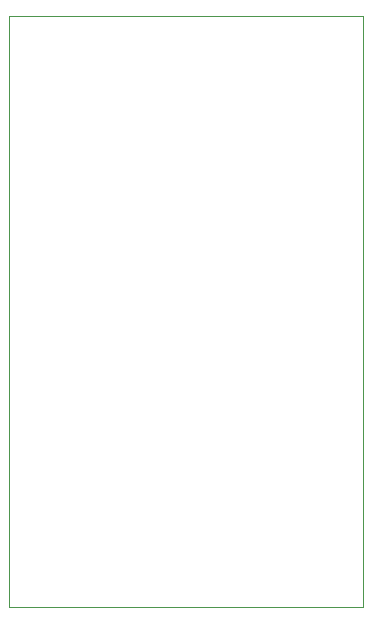
<source format=gbr>
%TF.GenerationSoftware,KiCad,Pcbnew,7.0.1-3b83917a11~172~ubuntu22.04.1*%
%TF.CreationDate,2023-04-19T02:42:25+01:00*%
%TF.ProjectId,mxr_microamp,6d78725f-6d69-4637-926f-616d702e6b69,rev?*%
%TF.SameCoordinates,Original*%
%TF.FileFunction,Profile,NP*%
%FSLAX46Y46*%
G04 Gerber Fmt 4.6, Leading zero omitted, Abs format (unit mm)*
G04 Created by KiCad (PCBNEW 7.0.1-3b83917a11~172~ubuntu22.04.1) date 2023-04-19 02:42:25*
%MOMM*%
%LPD*%
G01*
G04 APERTURE LIST*
%TA.AperFunction,Profile*%
%ADD10C,0.100000*%
%TD*%
G04 APERTURE END LIST*
D10*
X127000000Y-63500000D02*
X156972000Y-63500000D01*
X156972000Y-113538000D01*
X127000000Y-113538000D01*
X127000000Y-63500000D01*
M02*

</source>
